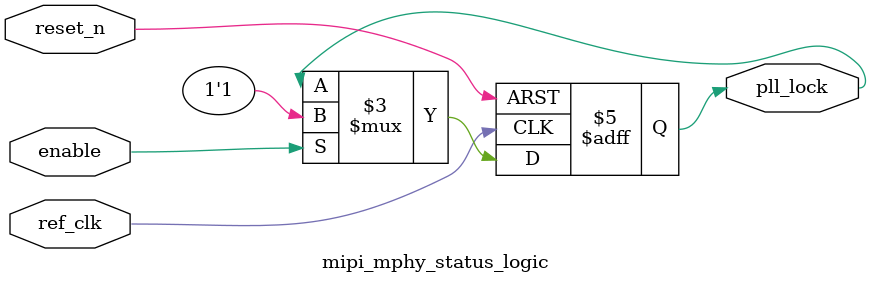
<source format=sv>
module mipi_mphy_clock_gen #(parameter GEAR = 4)(
  input wire ref_clk,
  input wire reset_n,
  input wire [1:0] speed_mode, // 00: LS, 01: HS-G1, 10: HS-G2, 11: HS-G3
  input wire enable,
  output wire tx_clk,
  output reg [GEAR-1:0] tx_symbol_clk, // Original code doesn't assign this
  output wire pll_lock
);

  // Internal signals connecting submodules
  wire [3:0] w_divider; // Wire for the calculated divider value

  // Instantiate the divider configuration module
  mipi_mphy_divider_config i_divider_config (
    .ref_clk    (ref_clk),
    .reset_n    (reset_n),
    .enable     (enable),
    .speed_mode (speed_mode),
    .divider    (w_divider)
  );

  // Instantiate the clock generation core module (Pipelined Version)
  mipi_mphy_clk_generator_core_pipelined i_clk_generator (
    .ref_clk  (ref_clk),
    .reset_n  (reset_n),
    .enable   (enable),
    .divider  (w_divider),
    .tx_clk   (tx_clk)
  );

  // Instantiate the status logic module
  mipi_mphy_status_logic i_status_logic (
    .ref_clk  (ref_clk),
    .reset_n  (reset_n),
    .enable   (enable),
    .pll_lock (pll_lock)
  );

  // Handle tx_symbol_clk: Original code does not assign this output.
  // Assigning a default value (like 0) for synthesis compatibility,
  // maintaining the original functional behavior of not generating this clock.
  always @(*) begin
      tx_symbol_clk = {GEAR{1'b0}}; // Assign all bits to 0
  end

endmodule


// Module to determine the clock division factor based on speed mode
// (Unchanged - already sequential and simple)
module mipi_mphy_divider_config (
  input wire ref_clk,
  input wire reset_n,
  input wire enable,
  input wire [1:0] speed_mode,
  output reg [3:0] divider
);

  // The divider register is updated synchronously based on ref_clk
  always @(posedge ref_clk or negedge reset_n) begin
    if (!reset_n) begin
      divider <= 4'd10; // Default divider value on reset
    end else if (enable) begin
      // Update divider based on speed_mode when enabled
      case (speed_mode)
        2'b00: divider <= 4'd12; // LS mode division factor
        2'b01: divider <= 4'd6;  // HS-G1 mode division factor
        2'b10: divider <= 4'd3;  // HS-G2 mode division factor
        2'b11: divider <= 4'd2;  // HS-G3 mode division factor
        default: divider <= 4'd10; // Fallback for undefined speed_mode
      endcase
    end
    // If enable is low, the divider holds its last value, matching original behavior.
  end

endmodule


// Module to generate the divided clock (tx_clk) - Pipelined Version
// Increased pipeline depth to improve Fmax
module mipi_mphy_clk_generator_core_pipelined (
  input wire ref_clk,
  input wire reset_n,
  input wire enable,
  input wire [3:0] divider,
  output wire tx_clk
);

  // Pipelined Registers
  // Stage 0: Input Registration
  reg enable_s1;
  reg [3:0] divider_s1;

  // Stage 1: Intermediate Calculation Registration
  reg enable_s2;
  reg [3:0] divider_s2;
  reg counter_wrap_s2; // Result of counter_reg_s3 == (divider_s1 - 1)
  reg tx_clk_val_s2;   // Result of counter_reg_s3 < (divider_s1 / 2)
  reg [3:0] counter_plus_1_s2; // Result of counter_reg_s3 + 1

  // Stage 2: Next State/Output Calculation Registration
  reg enable_s3;
  reg [3:0] next_counter_s3; // Result of (counter_wrap_s2 ? 0 : counter_plus_1_s2)
  reg tx_clk_val_s3;   // Result of tx_clk_val_s2

  // Stage 3: State and Output Registration
  reg [3:0] counter_reg_s3; // The actual counter state
  reg tx_clk_reg_s3; // The final tx_clk output register


  // Stage 0: Register Inputs
  always @(posedge ref_clk or negedge reset_n) begin
    if (!reset_n) begin
      enable_s1 <= 1'b0;
      divider_s1 <= 4'd1; // Use a safe default
    end else begin
      enable_s1 <= enable;
      divider_s1 <= divider;
    end
  end

  // Stage 1: Compute Intermediate Values and Register
  // Calculations based on counter_reg_s3 and divider_s1
  wire [3:0] divider_minus_1_s1_comb = (divider_s1 > 0) ? divider_s1 - 1 : 4'd0;
  wire [3:0] divider_half_s1_comb    = (divider_s1 > 0) ? divider_s1 / 2 : 4'd0; // Integer division

  wire counter_eq_divider_minus_1_s1_comb = (counter_reg_s3 == divider_minus_1_s1_comb);
  wire counter_lt_divider_half_s1_comb    = (counter_reg_s3 < divider_half_s1_comb);
  wire [3:0] counter_plus_1_s1_comb       = counter_reg_s3 + 1'b1; // Always compute +1


  always @(posedge ref_clk or negedge reset_n) begin
    if (!reset_n) begin
      enable_s2 <= 1'b0;
      divider_s2 <= 4'd1;
      counter_wrap_s2 <= 1'b0;
      tx_clk_val_s2 <= 1'b0;
      counter_plus_1_s2 <= 4'd0;
    end else if (enable_s1) begin // Only update stage registers if enable_s1 is high
      enable_s2 <= 1'b1; // Propagate high enable
      divider_s2 <= divider_s1;
      counter_wrap_s2 <= counter_eq_divider_minus_1_s1_comb;
      tx_clk_val_s2 <= counter_lt_divider_half_s1_comb;
      counter_plus_1_s2 <= counter_plus_1_s1_comb;
    end else begin // If enable_s1 is low, hold state in stage 1 registers
      enable_s2 <= 1'b0; // Propagate low enable
      // Hold previous values
    end
  end

  // Stage 2: Compute Next State and Output Values and Register
  // Calculations based on stage 1 registered values
  wire [3:0] next_counter_s2_comb = counter_wrap_s2 ? 4'd0 : counter_plus_1_s2;

  always @(posedge ref_clk or negedge reset_n) begin
    if (!reset_n) begin
      enable_s3 <= 1'b0;
      next_counter_s3 <= 4'd0;
      tx_clk_val_s3 <= 1'b0;
    end else if (enable_s2) begin // Only update stage registers if enable_s2 is high
      enable_s3 <= 1'b1; // Propagate high enable
      next_counter_s3 <= next_counter_s2_comb;
      tx_clk_val_s3 <= tx_clk_val_s2;
    end else begin // If enable_s2 is low, hold state in stage 2 registers
      enable_s3 <= 1'b0; // Propagate low enable
      // Hold previous values
    end
  end

  // Stage 3: Update State and Output Registers
  // Updates based on stage 2 registered values and enable_s3
  always @(posedge ref_clk or negedge reset_n) begin
    if (!reset_n) begin
      counter_reg_s3 <= 4'd0;
      tx_clk_reg_s3 <= 1'b0;
    end else if (enable_s3) begin // Only update final registers if enable_s3 is high
       if (divider_s2 > 0) begin // Check divider validity from appropriate stage (used in stage 1)
          counter_reg_s3 <= next_counter_s3;
          tx_clk_reg_s3 <= tx_clk_val_s3;
       end else begin // divider_s2 is 0, reset state
          counter_reg_s3 <= 4'd0;
          tx_clk_reg_s3 <= 1'b0;
       end
    end else begin // If enable_s3 is low, hold state in final registers
      // Hold previous values
    end
  end

  assign tx_clk = tx_clk_reg_s3;

endmodule


// Module to generate the PLL lock status signal
// (Unchanged - already sequential and simple)
module mipi_mphy_status_logic (
  input wire ref_clk,
  input wire reset_n,
  input wire enable,
  output reg pll_lock
);

  // Generate a simple simulated PLL lock signal
  always @(posedge ref_clk or negedge reset_n) begin
    if (!reset_n) begin
      pll_lock <= 1'b0; // PLL is not locked on reset
    end else if (enable) begin
      // Simulate lock when the clock generator is enabled
      pll_lock <= 1'b1;
    end
    // If enable is low, pll_lock holds its last value (which would be 1 if it was enabled before), matching original behavior.
  end

endmodule
</source>
